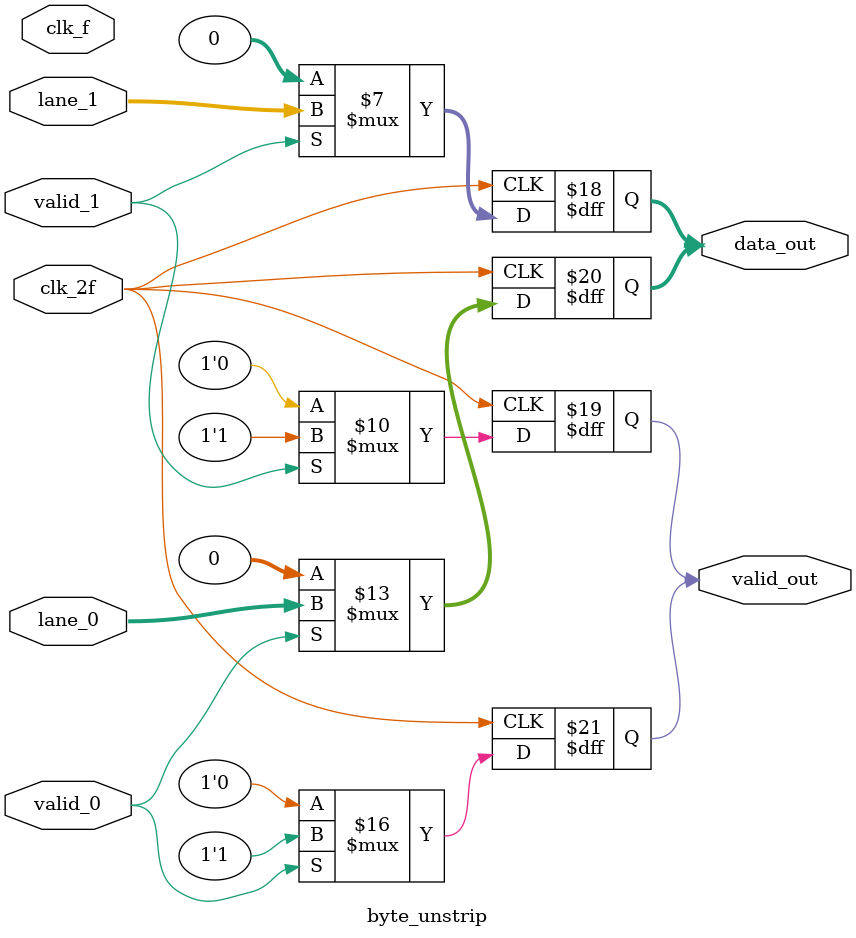
<source format=v>
module byte_unstrip(
    input clk_f,
    input clk_2f,
    input valid_0,
    input valid_1,
    input [31:0] lane_0,
    input [31:0] lane_1,
    output reg [31:0] data_out,
    output reg valid_out
    
);
initial begin
    data_out=32'h00000000;
    valid_out <= 1'b0;


end
    always @(posedge clk_2f ) 
        begin
            if (valid_0 == 0) 
                begin
                    valid_out <= 1'b0;
                    data_out <= 32'h00000000;
                    
                end 
            else 
                begin
                    valid_out <= 1'b1;
                    data_out = lane_0;

                    
                end
            
        end
    always @(negedge clk_2f ) 
        begin
            if (valid_1 == 0) 
                begin
                    valid_out <= 1'b0;
                    data_out <= 32'h00000000;
                    
                end 
            else 
                begin
                    valid_out <= 1'b1;
                    data_out = lane_1;

                    
                end
            
        end
    


endmodule
</source>
